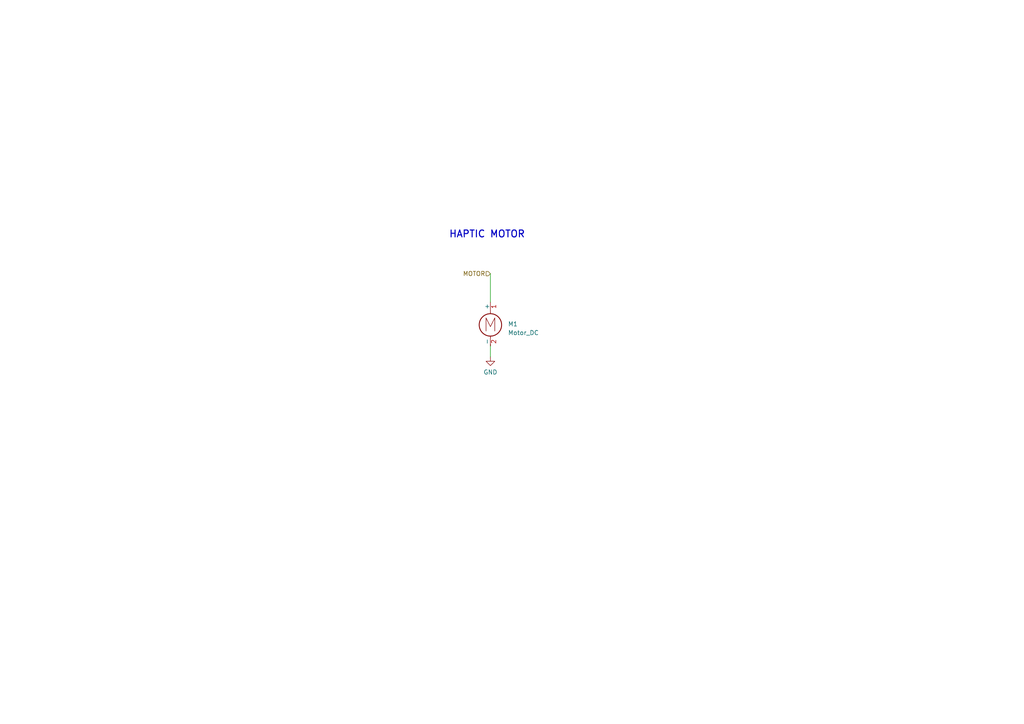
<source format=kicad_sch>
(kicad_sch (version 20230121) (generator eeschema)

  (uuid 36d4bfe3-349d-4938-9f08-8b46c47deb23)

  (paper "A4")

  (lib_symbols
    (symbol "Motor:Motor_DC" (pin_names (offset 0)) (in_bom yes) (on_board yes)
      (property "Reference" "M" (at 2.54 2.54 0)
        (effects (font (size 1.27 1.27)) (justify left))
      )
      (property "Value" "Motor_DC" (at 2.54 -5.08 0)
        (effects (font (size 1.27 1.27)) (justify left top))
      )
      (property "Footprint" "" (at 0 -2.286 0)
        (effects (font (size 1.27 1.27)) hide)
      )
      (property "Datasheet" "~" (at 0 -2.286 0)
        (effects (font (size 1.27 1.27)) hide)
      )
      (property "ki_keywords" "DC Motor" (at 0 0 0)
        (effects (font (size 1.27 1.27)) hide)
      )
      (property "ki_description" "DC Motor" (at 0 0 0)
        (effects (font (size 1.27 1.27)) hide)
      )
      (property "ki_fp_filters" "PinHeader*P2.54mm* TerminalBlock*" (at 0 0 0)
        (effects (font (size 1.27 1.27)) hide)
      )
      (symbol "Motor_DC_0_0"
        (polyline
          (pts
            (xy -1.27 -3.302)
            (xy -1.27 0.508)
            (xy 0 -2.032)
            (xy 1.27 0.508)
            (xy 1.27 -3.302)
          )
          (stroke (width 0) (type default))
          (fill (type none))
        )
      )
      (symbol "Motor_DC_0_1"
        (circle (center 0 -1.524) (radius 3.2512)
          (stroke (width 0.254) (type default))
          (fill (type none))
        )
        (polyline
          (pts
            (xy 0 -7.62)
            (xy 0 -7.112)
          )
          (stroke (width 0) (type default))
          (fill (type none))
        )
        (polyline
          (pts
            (xy 0 -4.7752)
            (xy 0 -5.1816)
          )
          (stroke (width 0) (type default))
          (fill (type none))
        )
        (polyline
          (pts
            (xy 0 1.7272)
            (xy 0 2.0828)
          )
          (stroke (width 0) (type default))
          (fill (type none))
        )
        (polyline
          (pts
            (xy 0 2.032)
            (xy 0 2.54)
          )
          (stroke (width 0) (type default))
          (fill (type none))
        )
      )
      (symbol "Motor_DC_1_1"
        (pin passive line (at 0 5.08 270) (length 2.54)
          (name "+" (effects (font (size 1.27 1.27))))
          (number "1" (effects (font (size 1.27 1.27))))
        )
        (pin passive line (at 0 -7.62 90) (length 2.54)
          (name "-" (effects (font (size 1.27 1.27))))
          (number "2" (effects (font (size 1.27 1.27))))
        )
      )
    )
    (symbol "power:GND" (power) (pin_names (offset 0)) (in_bom yes) (on_board yes)
      (property "Reference" "#PWR" (at 0 -6.35 0)
        (effects (font (size 1.27 1.27)) hide)
      )
      (property "Value" "GND" (at 0 -3.81 0)
        (effects (font (size 1.27 1.27)))
      )
      (property "Footprint" "" (at 0 0 0)
        (effects (font (size 1.27 1.27)) hide)
      )
      (property "Datasheet" "" (at 0 0 0)
        (effects (font (size 1.27 1.27)) hide)
      )
      (property "ki_keywords" "global power" (at 0 0 0)
        (effects (font (size 1.27 1.27)) hide)
      )
      (property "ki_description" "Power symbol creates a global label with name \"GND\" , ground" (at 0 0 0)
        (effects (font (size 1.27 1.27)) hide)
      )
      (symbol "GND_0_1"
        (polyline
          (pts
            (xy 0 0)
            (xy 0 -1.27)
            (xy 1.27 -1.27)
            (xy 0 -2.54)
            (xy -1.27 -1.27)
            (xy 0 -1.27)
          )
          (stroke (width 0) (type default))
          (fill (type none))
        )
      )
      (symbol "GND_1_1"
        (pin power_in line (at 0 0 270) (length 0) hide
          (name "GND" (effects (font (size 1.27 1.27))))
          (number "1" (effects (font (size 1.27 1.27))))
        )
      )
    )
  )


  (wire (pts (xy 142.24 79.375) (xy 142.24 87.63))
    (stroke (width 0) (type default))
    (uuid 5fff5ffb-e439-44e3-8c8c-74c2d4ca5c36)
  )
  (wire (pts (xy 142.24 100.33) (xy 142.24 103.505))
    (stroke (width 0) (type default))
    (uuid e1ad91d0-3d89-4ae1-8624-73193e0753a9)
  )

  (text "HAPTIC MOTOR\n" (at 130.175 69.215 0)
    (effects (font (size 2 2) (thickness 0.3) bold) (justify left bottom))
    (uuid 6b60e21c-2c12-4641-b393-71a79fcfc323)
  )

  (hierarchical_label "MOTOR" (shape input) (at 142.24 79.375 180) (fields_autoplaced)
    (effects (font (size 1.27 1.27)) (justify right))
    (uuid 3abcad72-e0b4-4bf7-b459-44704dfe4388)
  )

  (symbol (lib_id "Motor:Motor_DC") (at 142.24 92.71 0) (unit 1)
    (in_bom yes) (on_board yes) (dnp no) (fields_autoplaced)
    (uuid 5abe7049-7812-4814-b0d2-a85b5035517f)
    (property "Reference" "M1" (at 147.32 93.9799 0)
      (effects (font (size 1.27 1.27)) (justify left))
    )
    (property "Value" "Motor_DC" (at 147.32 96.5199 0)
      (effects (font (size 1.27 1.27)) (justify left))
    )
    (property "Footprint" "" (at 142.24 94.996 0)
      (effects (font (size 1.27 1.27)) hide)
    )
    (property "Datasheet" "~" (at 142.24 94.996 0)
      (effects (font (size 1.27 1.27)) hide)
    )
    (pin "1" (uuid 19e5a9c1-f50c-42bc-9e45-6c4958fbc00d))
    (pin "2" (uuid c52637f8-d840-427f-a83b-d5a3964e31e8))
    (instances
      (project "Hapty"
        (path "/6956d5b6-c4e4-494f-ad33-929668a150f2/585e6a79-1b5a-4ad6-8b48-d8a68e24dce4"
          (reference "M1") (unit 1)
        )
      )
    )
  )

  (symbol (lib_id "power:GND") (at 142.24 103.505 0) (unit 1)
    (in_bom yes) (on_board yes) (dnp no) (fields_autoplaced)
    (uuid b416ccc5-7e66-4075-9455-c955c47691e9)
    (property "Reference" "#PWR024" (at 142.24 109.855 0)
      (effects (font (size 1.27 1.27)) hide)
    )
    (property "Value" "GND" (at 142.24 107.95 0)
      (effects (font (size 1.27 1.27)))
    )
    (property "Footprint" "" (at 142.24 103.505 0)
      (effects (font (size 1.27 1.27)) hide)
    )
    (property "Datasheet" "" (at 142.24 103.505 0)
      (effects (font (size 1.27 1.27)) hide)
    )
    (pin "1" (uuid 5383e295-05a6-4f82-95be-a397c5fb4e6d))
    (instances
      (project "Hapty"
        (path "/6956d5b6-c4e4-494f-ad33-929668a150f2/585e6a79-1b5a-4ad6-8b48-d8a68e24dce4"
          (reference "#PWR024") (unit 1)
        )
      )
    )
  )
)

</source>
